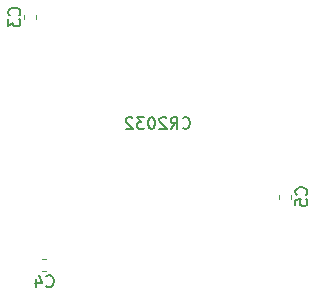
<source format=gbo>
G04 #@! TF.GenerationSoftware,KiCad,Pcbnew,(5.1.5-0-10_14)*
G04 #@! TF.CreationDate,2020-04-26T19:30:02+09:00*
G04 #@! TF.ProjectId,TriCon,54726943-6f6e-42e6-9b69-6361645f7063,1.0*
G04 #@! TF.SameCoordinates,Original*
G04 #@! TF.FileFunction,Legend,Bot*
G04 #@! TF.FilePolarity,Positive*
%FSLAX46Y46*%
G04 Gerber Fmt 4.6, Leading zero omitted, Abs format (unit mm)*
G04 Created by KiCad (PCBNEW (5.1.5-0-10_14)) date 2020-04-26 19:30:02*
%MOMM*%
%LPD*%
G04 APERTURE LIST*
%ADD10C,0.120000*%
%ADD11C,0.150000*%
G04 APERTURE END LIST*
D10*
X161210000Y-104828733D02*
X161210000Y-105171267D01*
X160190000Y-104828733D02*
X160190000Y-105171267D01*
X140471267Y-111310000D02*
X140128733Y-111310000D01*
X140471267Y-110290000D02*
X140128733Y-110290000D01*
X138590000Y-89971267D02*
X138590000Y-89628733D01*
X139610000Y-89971267D02*
X139610000Y-89628733D01*
D11*
X151995238Y-99157142D02*
X152042857Y-99204761D01*
X152185714Y-99252380D01*
X152280952Y-99252380D01*
X152423809Y-99204761D01*
X152519047Y-99109523D01*
X152566666Y-99014285D01*
X152614285Y-98823809D01*
X152614285Y-98680952D01*
X152566666Y-98490476D01*
X152519047Y-98395238D01*
X152423809Y-98300000D01*
X152280952Y-98252380D01*
X152185714Y-98252380D01*
X152042857Y-98300000D01*
X151995238Y-98347619D01*
X150995238Y-99252380D02*
X151328571Y-98776190D01*
X151566666Y-99252380D02*
X151566666Y-98252380D01*
X151185714Y-98252380D01*
X151090476Y-98300000D01*
X151042857Y-98347619D01*
X150995238Y-98442857D01*
X150995238Y-98585714D01*
X151042857Y-98680952D01*
X151090476Y-98728571D01*
X151185714Y-98776190D01*
X151566666Y-98776190D01*
X150614285Y-98347619D02*
X150566666Y-98300000D01*
X150471428Y-98252380D01*
X150233333Y-98252380D01*
X150138095Y-98300000D01*
X150090476Y-98347619D01*
X150042857Y-98442857D01*
X150042857Y-98538095D01*
X150090476Y-98680952D01*
X150661904Y-99252380D01*
X150042857Y-99252380D01*
X149423809Y-98252380D02*
X149328571Y-98252380D01*
X149233333Y-98300000D01*
X149185714Y-98347619D01*
X149138095Y-98442857D01*
X149090476Y-98633333D01*
X149090476Y-98871428D01*
X149138095Y-99061904D01*
X149185714Y-99157142D01*
X149233333Y-99204761D01*
X149328571Y-99252380D01*
X149423809Y-99252380D01*
X149519047Y-99204761D01*
X149566666Y-99157142D01*
X149614285Y-99061904D01*
X149661904Y-98871428D01*
X149661904Y-98633333D01*
X149614285Y-98442857D01*
X149566666Y-98347619D01*
X149519047Y-98300000D01*
X149423809Y-98252380D01*
X148757142Y-98252380D02*
X148138095Y-98252380D01*
X148471428Y-98633333D01*
X148328571Y-98633333D01*
X148233333Y-98680952D01*
X148185714Y-98728571D01*
X148138095Y-98823809D01*
X148138095Y-99061904D01*
X148185714Y-99157142D01*
X148233333Y-99204761D01*
X148328571Y-99252380D01*
X148614285Y-99252380D01*
X148709523Y-99204761D01*
X148757142Y-99157142D01*
X147757142Y-98347619D02*
X147709523Y-98300000D01*
X147614285Y-98252380D01*
X147376190Y-98252380D01*
X147280952Y-98300000D01*
X147233333Y-98347619D01*
X147185714Y-98442857D01*
X147185714Y-98538095D01*
X147233333Y-98680952D01*
X147804761Y-99252380D01*
X147185714Y-99252380D01*
X162457142Y-104833333D02*
X162504761Y-104785714D01*
X162552380Y-104642857D01*
X162552380Y-104547619D01*
X162504761Y-104404761D01*
X162409523Y-104309523D01*
X162314285Y-104261904D01*
X162123809Y-104214285D01*
X161980952Y-104214285D01*
X161790476Y-104261904D01*
X161695238Y-104309523D01*
X161600000Y-104404761D01*
X161552380Y-104547619D01*
X161552380Y-104642857D01*
X161600000Y-104785714D01*
X161647619Y-104833333D01*
X161552380Y-105738095D02*
X161552380Y-105261904D01*
X162028571Y-105214285D01*
X161980952Y-105261904D01*
X161933333Y-105357142D01*
X161933333Y-105595238D01*
X161980952Y-105690476D01*
X162028571Y-105738095D01*
X162123809Y-105785714D01*
X162361904Y-105785714D01*
X162457142Y-105738095D01*
X162504761Y-105690476D01*
X162552380Y-105595238D01*
X162552380Y-105357142D01*
X162504761Y-105261904D01*
X162457142Y-105214285D01*
X140466666Y-112557142D02*
X140514285Y-112604761D01*
X140657142Y-112652380D01*
X140752380Y-112652380D01*
X140895238Y-112604761D01*
X140990476Y-112509523D01*
X141038095Y-112414285D01*
X141085714Y-112223809D01*
X141085714Y-112080952D01*
X141038095Y-111890476D01*
X140990476Y-111795238D01*
X140895238Y-111700000D01*
X140752380Y-111652380D01*
X140657142Y-111652380D01*
X140514285Y-111700000D01*
X140466666Y-111747619D01*
X139609523Y-111985714D02*
X139609523Y-112652380D01*
X139847619Y-111604761D02*
X140085714Y-112319047D01*
X139466666Y-112319047D01*
X138157142Y-89633333D02*
X138204761Y-89585714D01*
X138252380Y-89442857D01*
X138252380Y-89347619D01*
X138204761Y-89204761D01*
X138109523Y-89109523D01*
X138014285Y-89061904D01*
X137823809Y-89014285D01*
X137680952Y-89014285D01*
X137490476Y-89061904D01*
X137395238Y-89109523D01*
X137300000Y-89204761D01*
X137252380Y-89347619D01*
X137252380Y-89442857D01*
X137300000Y-89585714D01*
X137347619Y-89633333D01*
X137252380Y-89966666D02*
X137252380Y-90585714D01*
X137633333Y-90252380D01*
X137633333Y-90395238D01*
X137680952Y-90490476D01*
X137728571Y-90538095D01*
X137823809Y-90585714D01*
X138061904Y-90585714D01*
X138157142Y-90538095D01*
X138204761Y-90490476D01*
X138252380Y-90395238D01*
X138252380Y-90109523D01*
X138204761Y-90014285D01*
X138157142Y-89966666D01*
M02*

</source>
